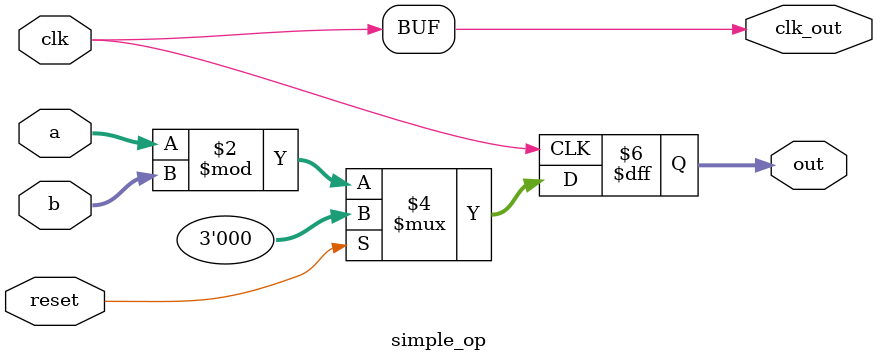
<source format=v>
module simple_op(
    clk,
    reset,
    a,
    b,    
    out,
    clk_out
    );

    input   clk;
    input   reset;
    input   [1:0] a,b;

    output  [2:0] out;
    output  clk_out;

    assign clk_out = clk;

    always @(posedge clk)
    begin
        case(reset)
            1'b0:       out <= a % b;
            default:    out <= 1'b0;
        endcase
    end
endmodule
</source>
